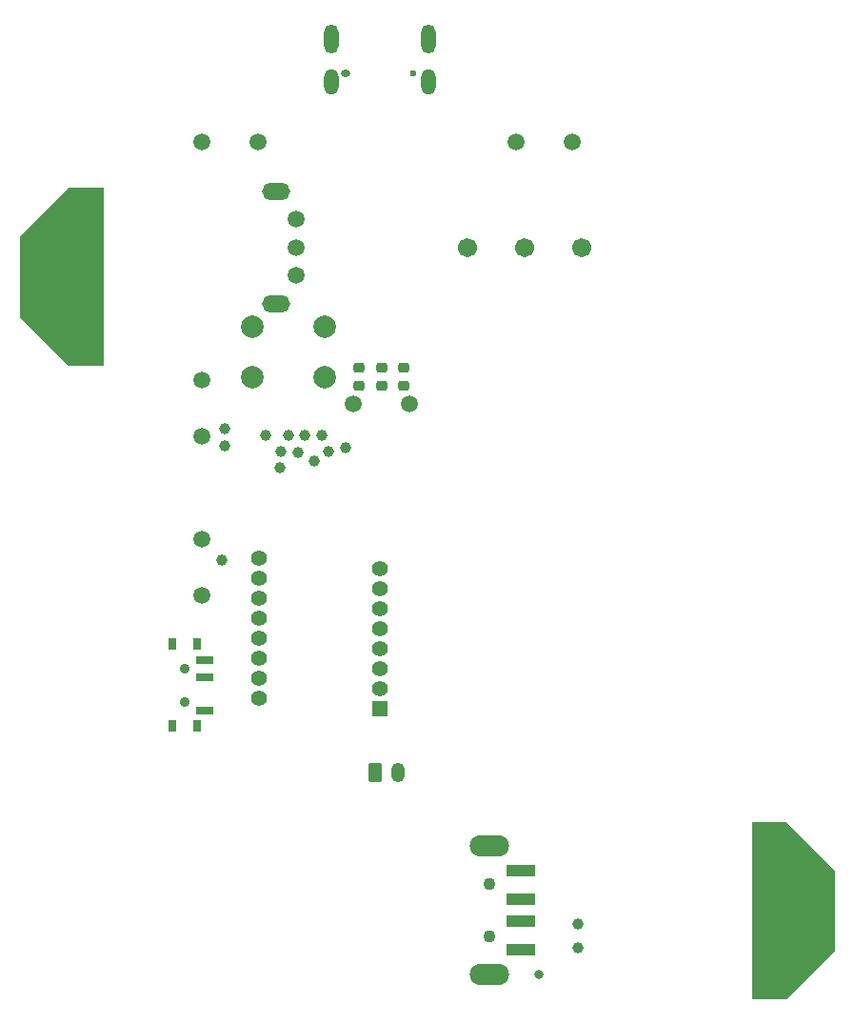
<source format=gbr>
%TF.GenerationSoftware,KiCad,Pcbnew,(6.0.4)*%
%TF.CreationDate,2022-05-12T22:13:07-04:00*%
%TF.ProjectId,Mouse V1,4d6f7573-6520-4563-912e-6b696361645f,V2.0*%
%TF.SameCoordinates,Original*%
%TF.FileFunction,Soldermask,Bot*%
%TF.FilePolarity,Negative*%
%FSLAX46Y46*%
G04 Gerber Fmt 4.6, Leading zero omitted, Abs format (unit mm)*
G04 Created by KiCad (PCBNEW (6.0.4)) date 2022-05-12 22:13:07*
%MOMM*%
%LPD*%
G01*
G04 APERTURE LIST*
G04 Aperture macros list*
%AMRoundRect*
0 Rectangle with rounded corners*
0 $1 Rounding radius*
0 $2 $3 $4 $5 $6 $7 $8 $9 X,Y pos of 4 corners*
0 Add a 4 corners polygon primitive as box body*
4,1,4,$2,$3,$4,$5,$6,$7,$8,$9,$2,$3,0*
0 Add four circle primitives for the rounded corners*
1,1,$1+$1,$2,$3*
1,1,$1+$1,$4,$5*
1,1,$1+$1,$6,$7*
1,1,$1+$1,$8,$9*
0 Add four rect primitives between the rounded corners*
20,1,$1+$1,$2,$3,$4,$5,0*
20,1,$1+$1,$4,$5,$6,$7,0*
20,1,$1+$1,$6,$7,$8,$9,0*
20,1,$1+$1,$8,$9,$2,$3,0*%
G04 Aperture macros list end*
%ADD10C,1.701800*%
%ADD11O,2.500000X1.500000*%
%ADD12C,1.500000*%
%ADD13RoundRect,0.250000X-0.350000X-0.625000X0.350000X-0.625000X0.350000X0.625000X-0.350000X0.625000X0*%
%ADD14O,1.200000X1.750000*%
%ADD15C,1.498600*%
%ADD16O,0.850000X0.600000*%
%ADD17C,0.600000*%
%ADD18O,1.300000X2.600000*%
%ADD19O,1.300000X2.300000*%
%ADD20C,0.800000*%
%ADD21R,1.400000X1.400000*%
%ADD22C,1.400000*%
%ADD23C,1.000000*%
%ADD24RoundRect,0.218750X-0.256250X0.218750X-0.256250X-0.218750X0.256250X-0.218750X0.256250X0.218750X0*%
%ADD25R,0.800000X1.000000*%
%ADD26C,0.900000*%
%ADD27R,1.500000X0.700000*%
%ADD28C,2.000000*%
%ADD29C,1.100000*%
%ADD30R,2.500000X1.100000*%
%ADD31O,3.500000X1.900000*%
G04 APERTURE END LIST*
%TO.C,AE1*%
G36*
X109802880Y-95967684D02*
G01*
X106707890Y-95967684D01*
X102399030Y-91658834D01*
X102399030Y-84483584D01*
X106715000Y-80167874D01*
X109802880Y-80167874D01*
X109802880Y-95967684D01*
G37*
%TO.C,AE2*%
G36*
X174851056Y-140851166D02*
G01*
X174851056Y-148026416D01*
X170535086Y-152342126D01*
X167447206Y-152342126D01*
X167447206Y-136542316D01*
X170542196Y-136542316D01*
X174851056Y-140851166D01*
G37*
%TD*%
D10*
%TO.C,SW7*%
X142200000Y-85500000D03*
X147280000Y-85500000D03*
X152360000Y-85500000D03*
%TD*%
D11*
%TO.C,SW8*%
X125100000Y-80500000D03*
X125100000Y-90500000D03*
D12*
X126900000Y-88000000D03*
X126900000Y-85500000D03*
X126900000Y-83000000D03*
%TD*%
D13*
%TO.C,J3*%
X133950000Y-132150000D03*
D14*
X135950000Y-132150000D03*
%TD*%
D15*
%TO.C,SW3*%
X146500000Y-76100000D03*
X151500000Y-76100000D03*
%TD*%
%TO.C,SW6*%
X132000000Y-99400000D03*
X137000000Y-99400000D03*
%TD*%
%TO.C,SW5*%
X118500000Y-111400000D03*
X118500000Y-116400000D03*
%TD*%
D16*
%TO.C,J2*%
X131350000Y-70050000D03*
D17*
X137350000Y-70050000D03*
D18*
X130030000Y-66950000D03*
D19*
X130030000Y-70775000D03*
D18*
X138670000Y-66950000D03*
D19*
X138670000Y-70775000D03*
%TD*%
D15*
%TO.C,SW2*%
X118500000Y-76100000D03*
X123500000Y-76100000D03*
%TD*%
%TO.C,SW4*%
X118500000Y-97300000D03*
X118500000Y-102300000D03*
%TD*%
D20*
%TO.C,SW10*%
X148500000Y-150100000D03*
%TD*%
D21*
%TO.C,U3*%
X134350000Y-126460000D03*
D22*
X134350000Y-124680000D03*
X134350000Y-122900000D03*
X134350000Y-121120000D03*
X134350000Y-119340000D03*
X134350000Y-117560000D03*
X134350000Y-115780000D03*
X134350000Y-114000000D03*
X123650000Y-113110000D03*
X123650000Y-114890000D03*
X123650000Y-116670000D03*
X123650000Y-118450000D03*
X123650000Y-120230000D03*
X123650000Y-122010000D03*
X123650000Y-123790000D03*
X123650000Y-125570000D03*
%TD*%
D23*
%TO.C,TP9*%
X127700000Y-102200000D03*
%TD*%
%TO.C,TP4*%
X124200000Y-102200000D03*
%TD*%
D24*
%TO.C,D2*%
X134500000Y-96212500D03*
X134500000Y-97787500D03*
%TD*%
D23*
%TO.C,TP16*%
X151983257Y-145600000D03*
%TD*%
%TO.C,TP7*%
X126200000Y-102200000D03*
%TD*%
D24*
%TO.C,D3*%
X136500000Y-96212500D03*
X136500000Y-97787500D03*
%TD*%
D23*
%TO.C,TP12*%
X129200000Y-102200000D03*
%TD*%
D25*
%TO.C,SW9*%
X118135000Y-128050000D03*
X115925000Y-128050000D03*
D26*
X117025000Y-125900000D03*
X117025000Y-122900000D03*
D25*
X115925000Y-120750000D03*
X118135000Y-120750000D03*
D27*
X118785000Y-126650000D03*
X118785000Y-123650000D03*
X118785000Y-122150000D03*
%TD*%
D23*
%TO.C,TP15*%
X151983257Y-147700000D03*
%TD*%
%TO.C,TP8*%
X127100000Y-103700000D03*
%TD*%
%TO.C,TP6*%
X125600000Y-103600000D03*
%TD*%
%TO.C,TP11*%
X129800000Y-103600000D03*
%TD*%
D28*
%TO.C,SW1*%
X129500000Y-97000000D03*
X123000000Y-97000000D03*
X123000000Y-92500000D03*
X129500000Y-92500000D03*
%TD*%
D23*
%TO.C,TP10*%
X128500000Y-104500000D03*
%TD*%
D29*
%TO.C,J4*%
X144133257Y-146685479D03*
X144133257Y-142085479D03*
D30*
X146883257Y-140885479D03*
X146883257Y-143385479D03*
X146883257Y-145385479D03*
X146883257Y-147885479D03*
D31*
X144133257Y-150085479D03*
X144133257Y-138685479D03*
%TD*%
D24*
%TO.C,D1*%
X132500000Y-96212500D03*
X132500000Y-97787500D03*
%TD*%
D23*
%TO.C,TP3*%
X120600000Y-101600000D03*
%TD*%
%TO.C,TP13*%
X131300000Y-103300000D03*
%TD*%
%TO.C,TP5*%
X125500000Y-105100000D03*
%TD*%
%TO.C,TP2*%
X120600000Y-103100000D03*
%TD*%
%TO.C,TP14*%
X120300000Y-113300000D03*
%TD*%
M02*

</source>
